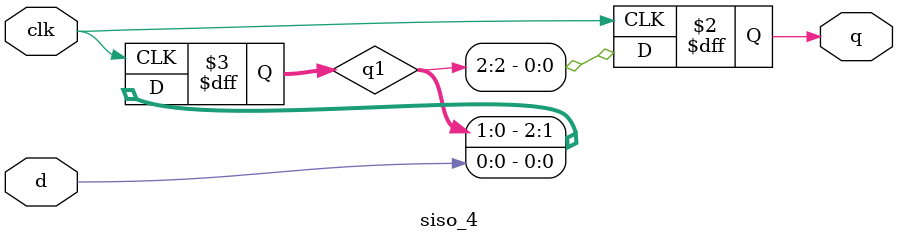
<source format=v>
`timescale 1ns / 1ps
module siso_4(q, d, clk);
	input clk;
	input d;
	output reg q;
	reg [2:0]q1;
	always @(posedge clk)
	begin
		#10	q1[0] <= d;
		#10 	q1[1] <= q1[0];
		#10	q1[2] <= q1[1];
		#10	q <= q1[2];
	end
	
endmodule

</source>
